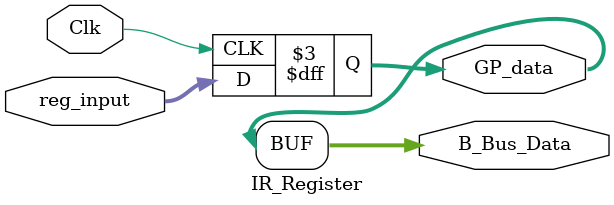
<source format=v>
`timescale 1ns / 1ps

module IR_Register(
			reg_input,
			Clk,
			GP_data,
			B_Bus_Data
    );
	 
input [7:0] reg_input;
input Clk;
output reg [7:0] GP_data;
output [7:0] B_Bus_Data;

assign B_Bus_Data=GP_data;


always @(posedge Clk)
		begin
			GP_data=reg_input;
		end
initial
		begin
		GP_data=8'b0;
		end


endmodule

</source>
